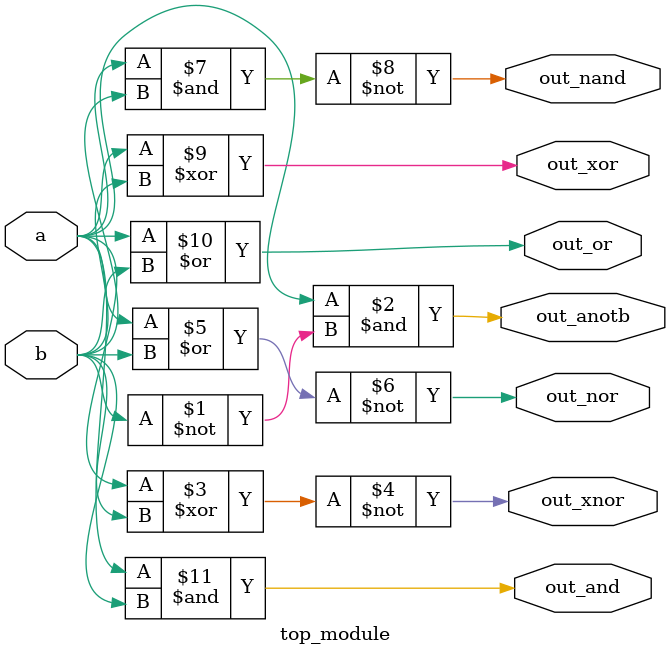
<source format=v>
module top_module( 
    input a, b,
    output out_and,
    output out_or,
    output out_xor,
    output out_nand,
    output out_nor,
    output out_xnor,
    output out_anotb
);

    assign {out_and, out_or, out_xor, out_nand, out_nor, out_xnor, out_anotb} = {a&b, a|b, a^b, ~(a&b), ~(a|b), ~(a^b), a&(~b)};
endmodule

</source>
